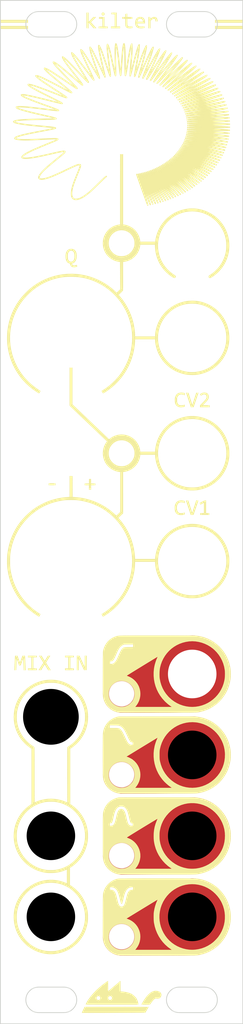
<source format=kicad_pcb>
(kicad_pcb (version 20211014) (generator pcbnew)
  (layers (0 "F.Cu" signal) (31 "B.Cu" signal) (34 "B.Paste" user) (35 "F.Paste" user) (36 "B.SilkS" user "B.Silkscreen") (37 "F.SilkS" user "F.Silkscreen") (38 "B.Mask" user) (39 "F.Mask" user) (44 "Edge.Cuts" user))
  (net 0 "")
  (footprint "Wire_Pads:SolderWirePad_single_0-8mmDrill" (layer "F.Cu") (at 0 -7.395542)
    (fp_text reference "" (at 0 0) (layer "F.SilkS") (effects (font (size 1.27 1.27))))
    (fp_text value "" (at 0 0) (layer "F.SilkS") (effects (font (size 1.27 1.27))))
    (pad "" np_thru_hole circle locked (at 0 0) (size 3.199871 3.199871) (drill 3.199871) (layers F&B.Cu *.Mask))
  )
  (footprint "Wire_Pads:SolderWirePad_single_0-8mmDrill" (layer "F.Cu") (at 0.000265 53.3184)
    (fp_text reference "" (at 0 0) (layer "F.SilkS") (effects (font (size 1.27 1.27))))
    (fp_text value "" (at 0 0) (layer "F.SilkS") (effects (font (size 1.27 1.27))))
    (pad "" np_thru_hole circle locked (at 0 0) (size 3.199871 3.199871) (drill 3.199871) (layers F&B.Cu *.Mask))
  )
  (footprint "LOGO" (layer "F.Cu") (at 0 0)
    (fp_text reference "G***" hide)
    (fp_text value "LOGO" hide)
  )
  (footprint "Wire_Pads:SolderWirePad_single_0-8mmDrill" (layer "F.Cu") (at -8.89 50.82708)
    (fp_text reference "" (at 0 0) (layer "F.SilkS") (effects (font (size 1.27 1.27))))
    (fp_text value "" (at 0 0) (layer "F.SilkS") (effects (font (size 1.27 1.27))))
    (pad "" np_thru_hole circle locked (at 0 0) (size 6.100233 6.100233) (drill 6.100233) (layers *.Mask))
  )
  (footprint "Wire_Pads:SolderWirePad_single_0-8mmDrill" (layer "F.Cu") (at 0 -33.77)
    (fp_text reference "" (at 0 0) (layer "F.SilkS") (effects (font (size 1.27 1.27))))
    (fp_text value "" (at 0 0) (layer "F.SilkS") (effects (font (size 1.27 1.27))))
    (pad "" np_thru_hole circle locked (at 0 0) (size 3.199871 3.199871) (drill 3.199871) (layers F&B.Cu *.Mask))
  )
  (footprint "Wire_Pads:SolderWirePad_single_0-8mmDrill" (layer "F.Cu") (at 0 22.821724)
    (fp_text reference "" (at 0 0) (layer "F.SilkS") (effects (font (size 1.27 1.27))))
    (fp_text value "" (at 0 0) (layer "F.SilkS") (effects (font (size 1.27 1.27))))
    (pad "" np_thru_hole circle locked (at 0 0) (size 3.199871 3.199871) (drill 3.199871) (layers F&B.Cu *.Mask))
  )
  (footprint "Wire_Pads:SolderWirePad_single_0-8mmDrill" (layer "F.Cu") (at 8.879946 -21.889946)
    (fp_text reference "" (at 0 0) (layer "F.SilkS") (effects (font (size 1.27 1.27))))
    (fp_text value "" (at 0 0) (layer "F.SilkS") (effects (font (size 1.27 1.27))))
    (pad "" np_thru_hole circle locked (at 0 0) (size 6.100233 6.100233) (drill 6.100233) (layers F&B.Cu *.Mask))
  )
  (footprint "Wire_Pads:SolderWirePad_single_0-8mmDrill" (layer "F.Cu") (at -0.000265 43.14331)
    (fp_text reference "" (at 0 0) (layer "F.SilkS") (effects (font (size 1.27 1.27))))
    (fp_text value "" (at 0 0) (layer "F.SilkS") (effects (font (size 1.27 1.27))))
    (pad "" np_thru_hole circle locked (at 0 0) (size 3.199871 3.199871) (drill 3.199871) (layers F&B.Cu *.Mask))
  )
  (footprint "Wire_Pads:SolderWirePad_single_0-8mmDrill" (layer "F.Cu") (at 8.879946 6.140007)
    (fp_text reference "" (at 0 0) (layer "F.SilkS") (effects (font (size 1.27 1.27))))
    (fp_text value "" (at 0 0) (layer "F.SilkS") (effects (font (size 1.27 1.27))))
    (pad "" np_thru_hole circle locked (at 0 0) (size 6.100233 6.100233) (drill 6.100233) (layers F&B.Cu *.Mask))
  )
  (footprint "Wire_Pads:SolderWirePad_single_0-8mmDrill" (layer "F.Cu") (at -6.350001 -21.889946)
    (fp_text reference "" (at 0 0) (layer "F.SilkS") (effects (font (size 1.27 1.27))))
    (fp_text value "" (at 0 0) (layer "F.SilkS") (effects (font (size 1.27 1.27))))
    (pad "" np_thru_hole circle locked (at 0 0) (size 7.499879 7.499879) (drill 7.499879) (layers F&B.Cu *.Mask))
  )
  (footprint "Wire_Pads:SolderWirePad_single_0-8mmDrill" (layer "F.Cu") (at 8.879946 50.82708)
    (fp_text reference "" (at 0 0) (layer "F.SilkS") (effects (font (size 1.27 1.27))))
    (fp_text value "" (at 0 0) (layer "F.SilkS") (effects (font (size 1.27 1.27))))
    (pad "" np_thru_hole circle locked (at 0 0) (size 6.100233 6.100233) (drill 6.100233) (layers *.Mask))
  )
  (footprint "Wire_Pads:SolderWirePad_single_0-8mmDrill" (layer "F.Cu") (at 8.879946 40.65411)
    (fp_text reference "" (at 0 0) (layer "F.SilkS") (effects (font (size 1.27 1.27))))
    (fp_text value "" (at 0 0) (layer "F.SilkS") (effects (font (size 1.27 1.27))))
    (pad "" np_thru_hole circle locked (at 0 0) (size 6.100233 6.100233) (drill 6.100233) (layers *.Mask))
  )
  (footprint "LOGO" (layer "F.Cu") (at 0 0)
    (fp_text reference "G***" hide)
    (fp_text value "LOGO" hide)
    (fp_poly (pts (xy 9.194647 25.661335) (xy 9.353939 25.671525) (xy 9.380963 25.674255) (xy 9.836127 25.744246) (xy 10.275418 25.853392) (xy 10.697985 26.001294) (xy 11.102981 26.187553) (xy 11.489556 26.41177) (xy 11.856862 26.673545) (xy 12.20405 26.972481) (xy 12.262925 27.028827) (xy 12.575311 27.361172) (xy 12.851738 27.715744) (xy 13.091909 28.091962) (xy 13.295528 28.489246) (xy 13.462299 28.907014) (xy 13.591926 29.344686) (xy 13.684113 29.801681) (xy 13.687551 29.823833) (xy 13.706279 29.985244) (xy 13.718831 30.176679) (xy 13.725207 30.386281) (xy 13.725406 30.602194) (xy 13.719429 30.81256) (xy 13.707275 31.005524) (xy 13.688945 31.169229) (xy 13.687551 31.1785) (xy 13.597892 31.629754) (xy 13.47006 32.065667) (xy 13.305231 32.48417) (xy 13.10458 32.883194) (xy 12.869283 33.26067) (xy 12.600515 33.614528) (xy 12.299452 33.9427) (xy 11.967269 34.243117) (xy 11.928497 34.274688) (xy 11.575835 34.532903) (xy 11.200284 34.758921) (xy 10.806361 34.950881) (xy 10.398586 35.106924) (xy 9.981475 35.22519) (xy 9.559548 35.303819) (xy 9.376833 35.325068) (xy 9.339375 35.326673) (xy 9.261966 35.328318) (xy 9.146984 35.329995) (xy 8.996812 35.331696) (xy 8.813831 35.333414) (xy 8.60042 35.335141) (xy 8.358961 35.336871) (xy 8.091836 35.338595) (xy 7.801423 35.340306) (xy 7.490106 35.341997) (xy 7.160264 35.34366) (xy 6.814278 35.345287) (xy 6.45453 35.346871) (xy 6.0834 35.348405) (xy 5.703269 35.349881) (xy 5.316518 35.351291) (xy 4.925527 35.352629) (xy 4.532678 35.353886) (xy 4.140352 35.355055) (xy 3.750929 35.356129) (xy 3.366791 35.3571) (xy 2.990318 35.357961) (xy 2.62389 35.358703) (xy 2.26989 35.359321) (xy 1.930698 35.359805) (xy 1.608694 35.360149) (xy 1.30626 35.360346) (xy 1.025776 35.360387) (xy 0.769624 35.360265) (xy 0.540184 35.359973) (xy 0.339837 35.359503) (xy 0.170964 35.358848) (xy 0.035946 35.358) (xy -0.062836 35.356951) (xy -0.123002 35.355695) (xy -0.137584 35.355008) (xy -0.459316 35.310959) (xy -0.765092 35.228353) (xy -1.052716 35.108553) (xy -1.319988 34.952925) (xy -1.564711 34.762834) (xy -1.784686 34.539645) (xy -1.977716 34.284722) (xy -2.051336 34.166627) (xy -2.183201 33.900867) (xy -2.278362 33.618465) (xy -2.336563 33.324308) (xy -2.357549 33.023286) (xy -2.341066 32.720285) (xy -2.286857 32.420194) (xy -2.194669 32.1279) (xy -2.161911 32.04788) (xy -2.07635 31.870123) (xy -1.977554 31.707439) (xy -1.858358 31.549755) (xy -1.711599 31.386999) (xy -1.641412 31.316083) (xy -1.405793 31.08325) (xy 2.517892 28.691417) (xy 2.95024 28.428018) (xy 3.36633 28.174834) (xy 3.764836 27.932663) (xy 4.144432 27.702303) (xy 4.503791 27.484553) (xy 4.841585 27.28021) (xy 5.156489 27.090074) (xy 5.447176 26.914943) (xy 5.712318 26.755615) (xy 5.95059 26.612888) (xy 6.160664 26.487561) (xy 6.341214 26.380432) (xy 6.490914 26.2923) (xy 6.608435 26.223963) (xy 6.692453 26.176219) (xy 6.739747 26.150804) (xy 7.128426 25.977487) (xy 7.527908 25.84094) (xy 7.946127 25.738568) (xy 8.075083 25.71437) (xy 8.22354 25.693709) (xy 8.402622 25.677304) (xy 8.600801 25.665511) (xy 8.806551 25.658682) (xy 9.008342 25.657172) (xy 9.194647 25.661335)) (layer "F.Cu") (width 0.01) (fill solid))
    (fp_poly (pts (xy 9.30778 46.01241) (xy 9.73022 46.064961) (xy 10.137959 46.154046) (xy 10.536201 46.280894) (xy 10.930154 46.446734) (xy 11.070166 46.515322) (xy 11.459611 46.735816) (xy 11.821029 46.986328) (xy 12.153637 47.264473) (xy 12.456649 47.567865) (xy 12.729281 47.894119) (xy 12.970749 48.240851) (xy 13.180269 48.605674) (xy 13.357055 48.986204) (xy 13.500324 49.380054) (xy 13.60929 49.78484) (xy 13.68317 50.198177) (xy 13.72118 50.617679) (xy 13.722534 51.04096) (xy 13.686448 51.465636) (xy 13.612138 51.889322) (xy 13.498819 52.309631) (xy 13.345707 52.724179) (xy 13.209299 53.019915) (xy 12.989494 53.41159) (xy 12.736827 53.777873) (xy 12.453413 54.11722) (xy 12.141365 54.42809) (xy 11.802797 54.70894) (xy 11.439823 54.958227) (xy 11.054558 55.174409) (xy 10.649113 55.355943) (xy 10.225605 55.501288) (xy 9.786147 55.6089) (xy 9.62025 55.638792) (xy 9.516908 55.652181) (xy 9.385474 55.662972) (xy 9.222291 55.671358) (xy 9.023702 55.677531) (xy 8.815916 55.681299) (xy 8.693327 55.682676) (xy 8.536123 55.683985) (xy 8.346742 55.685224) (xy 8.127618 55.686392) (xy 7.881188 55.687488) (xy 7.609887 55.688511) (xy 7.316152 55.68946) (xy 7.002417 55.690333) (xy 6.67112 55.691131) (xy 6.324696 55.691851) (xy 5.96558 55.692493) (xy 5.59621 55.693056) (xy 5.219019 55.693538) (xy 4.836446 55.693939) (xy 4.450924 55.694257) (xy 4.064891 55.694492) (xy 3.680782 55.694642) (xy 3.301033 55.694706) (xy 2.928079 55.694683) (xy 2.564358 55.694573) (xy 2.212303 55.694374) (xy 1.874353 55.694084) (xy 1.552941 55.693704) (xy 1.250505 55.693232) (xy 0.96948 55.692666) (xy 0.712302 55.692006) (xy 0.481406 55.691251) (xy 0.27923 55.6904) (xy 0.108207 55.689451) (xy -0.029224 55.688404) (xy -0.13063 55.687257) (xy -0.193573 55.68601) (xy -0.211667 55.685227) (xy -0.511523 55.642289) (xy -0.801021 55.559975) (xy -1.076637 55.440684) (xy -1.334845 55.286818) (xy -1.572122 55.10078) (xy -1.784943 54.884968) (xy -1.969783 54.641786) (xy -2.116178 54.38775) (xy -2.237566 54.096718) (xy -2.318512 53.797567) (xy -2.359273 53.493832) (xy -2.360104 53.189045) (xy -2.321262 52.886742) (xy -2.243003 52.590456) (xy -2.125584 52.30372) (xy -1.96926 52.03007) (xy -1.942356 51.990203) (xy -1.8233 51.835088) (xy -1.682825 51.680549) (xy -1.533719 51.53969) (xy -1.397 51.431383) (xy -1.357549 51.4053) (xy -1.284107 51.358657) (xy -1.178737 51.292707) (xy -1.043502 51.208708) (xy -0.880465 51.107915) (xy -0.691689 50.991582) (xy -0.479237 50.860964) (xy -0.245172 50.717318) (xy 0.008443 50.561898) (xy 0.279545 50.39596) (xy 0.566071 50.220759) (xy 0.865959 50.03755) (xy 1.177144 49.847589) (xy 1.497565 49.652131) (xy 1.825157 49.452431) (xy 2.157859 49.249744) (xy 2.493608 49.045326) (xy 2.830339 48.840431) (xy 3.165991 48.636317) (xy 3.4985 48.434236) (xy 3.825803 48.235446) (xy 4.145838 48.0412) (xy 4.456541 47.852756) (xy 4.75585 47.671366) (xy 5.041701 47.498288) (xy 5.312032 47.334776) (xy 5.564779 47.182086) (xy 5.797879 47.041472) (xy 6.00927 46.914191) (xy 6.196889 46.801496) (xy 6.358672 46.704645) (xy 6.492557 46.624892) (xy 6.59648 46.563492) (xy 6.668379 46.5217) (xy 6.705793 46.500973) (xy 7.111058 46.319186) (xy 7.527921 46.177872) (xy 7.95706 46.076872) (xy 8.399159 46.016027) (xy 8.854899 45.995177) (xy 8.86543 45.995167) (xy 9.30778 46.01241)) (layer "F.Cu") (width 0.01) (fill solid))
    (fp_poly (pts (xy 9.132528 35.819762) (xy 9.289577 35.826723) (xy 9.380963 35.834507) (xy 9.837578 35.904958) (xy 10.277509 36.014112) (xy 10.699953 36.161593) (xy 11.104108 36.347028) (xy 11.489175 36.570043) (xy 11.854351 36.830263) (xy 12.198834 37.127314) (xy 12.24576 37.172201) (xy 12.562202 37.50685) (xy 12.841444 37.861678) (xy 13.083518 38.23675) (xy 13.288456 38.632126) (xy 13.456291 39.047871) (xy 13.587054 39.484046) (xy 13.680777 39.940714) (xy 13.687551 39.983833) (xy 13.706279 40.145244) (xy 13.718831 40.336679) (xy 13.725207 40.546281) (xy 13.725406 40.762194) (xy 13.719429 40.97256) (xy 13.707275 41.165524) (xy 13.688945 41.329229) (xy 13.687551 41.3385) (xy 13.599039 41.784245) (xy 13.472591 42.217512) (xy 13.309699 42.634827) (xy 13.111856 43.032714) (xy 12.880553 43.407696) (xy 12.685095 43.672973) (xy 12.572324 43.806853) (xy 12.436973 43.954677) (xy 12.289772 44.105583) (xy 12.141452 44.24871) (xy 12.002745 44.373198) (xy 11.948583 44.41841) (xy 11.594759 44.679499) (xy 11.218311 44.908094) (xy 10.82357 45.102404) (xy 10.414867 45.26064) (xy 9.996532 45.381009) (xy 9.572896 45.461722) (xy 9.36625 45.486106) (xy 9.328528 45.487716) (xy 9.250859 45.489355) (xy 9.135627 45.491017) (xy 8.985218 45.492695) (xy 8.802017 45.494381) (xy 8.588409 45.496068) (xy 8.34678 45.49775) (xy 8.079516 45.49942) (xy 7.789001 45.50107) (xy 7.47762 45.502693) (xy 7.14776 45.504283) (xy 6.801806 45.505832) (xy 6.442143 45.507334) (xy 6.071156 45.508781) (xy 5.69123 45.510167) (xy 5.304752 45.511484) (xy 4.914106 45.512726) (xy 4.521678 45.513885) (xy 4.129853 45.514954) (xy 3.741016 45.515927) (xy 3.357553 45.516797) (xy 2.981849 45.517555) (xy 2.61629 45.518197) (xy 2.263261 45.518713) (xy 1.925147 45.519099) (xy 1.604333 45.519345) (xy 1.303206 45.519446) (xy 1.02415 45.519395) (xy 0.76955 45.519184) (xy 0.541792 45.518806) (xy 0.343262 45.518255) (xy 0.176345 45.517523) (xy 0.043425 45.516603) (xy -0.053111 45.515489) (xy -0.110878 45.514174) (xy -0.116417 45.513942) (xy -0.425065 45.478725) (xy -0.722943 45.403781) (xy -1.006859 45.291032) (xy -1.273619 45.142401) (xy -1.520028 44.95981) (xy -1.742893 44.745181) (xy -1.939019 44.500438) (xy -2.028883 44.362725) (xy -2.166789 44.095279) (xy -2.267348 43.812683) (xy -2.330651 43.519549) (xy -2.356791 43.220486) (xy -2.345857 42.920108) (xy -2.297941 42.623025) (xy -2.213135 42.333848) (xy -2.091529 42.05719) (xy -1.979485 41.86565) (xy -1.92621 41.792878) (xy -1.850834 41.701519) (xy -1.76225 41.60182) (xy -1.66935 41.50403) (xy -1.641448 41.476083) (xy -1.561888 41.398548) (xy -1.492062 41.334013) (xy -1.424753 41.277131) (xy -1.352747 41.222554) (xy -1.268829 41.164933) (xy -1.165784 41.098923) (xy -1.036395 41.019174) (xy -0.972807 40.980506) (xy -0.910421 40.942601) (xy -0.813917 40.883894) (xy -0.685326 40.80562) (xy -0.526674 40.709014) (xy -0.339989 40.595313) (xy -0.1273 40.465752) (xy 0.109365 40.321568) (xy 0.367978 40.163995) (xy 0.646512 39.994269) (xy 0.942938 39.813627) (xy 1.255228 39.623303) (xy 1.581355 39.424534) (xy 1.91929 39.218556) (xy 2.267005 39.006603) (xy 2.622472 38.789913) (xy 2.983663 38.569719) (xy 2.9845 38.56921) (xy 3.448384 38.286592) (xy 3.885369 38.020749) (xy 4.29476 37.772095) (xy 4.675864 37.541048) (xy 5.027986 37.328025) (xy 5.350433 37.133441) (xy 5.64251 36.957714) (xy 5.903525 36.801261) (xy 6.132782 36.664497) (xy 6.329589 36.54784) (xy 6.49325 36.451707) (xy 6.623073 36.376513) (xy 6.718364 36.322675) (xy 6.778428 36.290611) (xy 6.783916 36.287917) (xy 7.201 36.10956) (xy 7.630792 35.971079) (xy 8.076226 35.87154) (xy 8.107128 35.866167) (xy 8.234636 35.84926) (xy 8.39371 35.83567) (xy 8.573693 35.82566) (xy 8.763929 35.819495) (xy 8.953759 35.817441) (xy 9.132528 35.819762)) (layer "F.Cu") (width 0.01) (fill solid))
    (fp_poly (pts (xy 9.303369 15.511099) (xy 9.742865 15.569698) (xy 10.177828 15.668307) (xy 10.409363 15.738155) (xy 10.821291 15.895632) (xy 11.216197 16.090648) (xy 11.591507 16.320953) (xy 11.944649 16.584295) (xy 12.27305 16.878422) (xy 12.574137 17.201082) (xy 12.845336 17.550025) (xy 13.084075 17.922999) (xy 13.238706 18.213917) (xy 13.415663 18.621918) (xy 13.554497 19.043115) (xy 13.656635 19.482112) (xy 13.687551 19.663833) (xy 13.706279 19.825244) (xy 13.718831 20.016679) (xy 13.725207 20.226281) (xy 13.725406 20.442194) (xy 13.719429 20.65256) (xy 13.707275 20.845524) (xy 13.688945 21.009229) (xy 13.687551 21.0185) (xy 13.59724 21.47706) (xy 13.469892 21.915121) (xy 13.305475 22.332746) (xy 13.103958 22.729997) (xy 12.865307 23.106937) (xy 12.589492 23.463628) (xy 12.276479 23.800134) (xy 12.24576 23.830132) (xy 11.913861 24.125238) (xy 11.564428 24.383839) (xy 11.195325 24.607023) (xy 10.804414 24.79588) (xy 10.389558 24.951497) (xy 9.94862 25.074964) (xy 9.694333 25.129537) (xy 9.657067 25.13643) (xy 9.618975 25.142582) (xy 9.577424 25.148057) (xy 9.529779 25.152919) (xy 9.473408 25.15723) (xy 9.405675 25.161055) (xy 9.323948 25.164458) (xy 9.225593 25.167501) (xy 9.107975 25.170248) (xy 8.968461 25.172764) (xy 8.804418 25.17511) (xy 8.61321 25.177352) (xy 8.392205 25.179553) (xy 8.138769 25.181775) (xy 7.850268 25.184083) (xy 7.524068 25.186541) (xy 7.249583 25.188546) (xy 6.887829 25.191005) (xy 6.513146 25.193245) (xy 6.127883 25.195268) (xy 5.73439 25.197073) (xy 5.335016 25.198662) (xy 4.932111 25.200034) (xy 4.528025 25.20119) (xy 4.125107 25.202131) (xy 3.725707 25.202857) (xy 3.332175 25.203369) (xy 2.94686 25.203666) (xy 2.572112 25.203751) (xy 2.210281 25.203622) (xy 1.863716 25.203281) (xy 1.534767 25.202729) (xy 1.225784 25.201964) (xy 0.939116 25.200989) (xy 0.677113 25.199804) (xy 0.442124 25.198409) (xy 0.2365 25.196804) (xy 0.06259 25.19499) (xy -0.077256 25.192968) (xy -0.180689 25.190738) (xy -0.24536 25.188301) (xy -0.262874 25.186954) (xy -0.56843 25.130921) (xy -0.860749 25.036639) (xy -1.136524 24.906617) (xy -1.392447 24.743367) (xy -1.625208 24.549399) (xy -1.831499 24.327224) (xy -2.008014 24.079353) (xy -2.151442 23.808297) (xy -2.185579 23.727701) (xy -2.285172 23.424152) (xy -2.343151 23.115609) (xy -2.35955 22.804673) (xy -2.334402 22.493948) (xy -2.26774 22.186037) (xy -2.162327 21.889899) (xy -2.056974 21.68282) (xy -1.920202 21.474284) (xy -1.760453 21.274629) (xy -1.586169 21.094195) (xy -1.405791 20.943321) (xy -1.366932 20.915676) (xy -1.317531 20.883169) (xy -1.234536 20.830412) (xy -1.120025 20.758665) (xy -0.976074 20.669191) (xy -0.804761 20.56325) (xy -0.608163 20.442104) (xy -0.388357 20.307013) (xy -0.14742 20.159241) (xy 0.11257 20.000047) (xy 0.389537 19.830694) (xy 0.681403 19.652442) (xy 0.986091 19.466553) (xy 1.301524 19.274289) (xy 1.625625 19.076911) (xy 1.956317 18.87568) (xy 2.291522 18.671857) (xy 2.629163 18.466704) (xy 2.967163 18.261483) (xy 3.303446 18.057454) (xy 3.635933 17.855879) (xy 3.962548 17.65802) (xy 4.281213 17.465138) (xy 4.589852 17.278494) (xy 4.886387 17.099349) (xy 5.16874 16.928965) (xy 5.434836 16.768604) (xy 5.682596 16.619526) (xy 5.909944 16.482994) (xy 6.114803 16.360268) (xy 6.295094 16.25261) (xy 6.448742 16.161281) (xy 6.573668 16.087542) (xy 6.667796 16.032656) (xy 6.729049 15.997883) (xy 6.748238 15.987655) (xy 7.14854 15.810717) (xy 7.563279 15.672497) (xy 7.989294 15.573209) (xy 8.423421 15.51307) (xy 8.8625 15.492295) (xy 9.303369 15.511099)) (layer "F.Cu") (width 0.01) (fill solid))
  )
  (footprint "Wire_Pads:SolderWirePad_single_0-8mmDrill" (layer "F.Cu") (at 0 -48.69012)
    (fp_text reference "" (at 0 0) (layer "F.SilkS") (effects (font (size 1.27 1.27))))
    (fp_text value "" (at 0 0) (layer "F.SilkS") (effects (font (size 1.27 1.27))))
    (pad "" np_thru_hole circle locked (at 0 0) (size 7.499879 7.499879) (drill 7.499879) (layers F&B.Cu *.Mask))
  )
  (footprint "Wire_Pads:SolderWirePad_single_0-8mmDrill" (layer "F.Cu") (at 8.880001 -33.469999)
    (fp_text reference "" (at 0 0) (layer "F.SilkS") (effects (font (size 1.27 1.27))))
    (fp_text value "" (at 0 0) (layer "F.SilkS") (effects (font (size 1.27 1.27))))
    (pad "" np_thru_hole circle locked (at 0 0) (size 7 7) (drill 7) (layers F&B.Cu *.Mask))
  )
  (footprint "Wire_Pads:SolderWirePad_single_0-8mmDrill" (layer "F.Cu") (at 8.879946 30.491997)
    (fp_text reference "" (at 0 0) (layer "F.SilkS") (effects (font (size 1.27 1.27))))
    (fp_text value "" (at 0 0) (layer "F.SilkS") (effects (font (size 1.27 1.27))))
    (pad "" np_thru_hole circle locked (at 0 0) (size 6.100233 6.100233) (drill 6.100233) (layers *.Mask))
  )
  (footprint "Wire_Pads:SolderWirePad_single_0-8mmDrill" (layer "F.Cu") (at -6.350001 6.140007)
    (fp_text reference "" (at 0 0) (layer "F.SilkS") (effects (font (size 1.27 1.27))))
    (fp_text value "" (at 0 0) (layer "F.SilkS") (effects (font (size 1.27 1.27))))
    (pad "" np_thru_hole circle locked (at 0 0) (size 7.499879 7.499879) (drill 7.499879) (layers F&B.Cu *.Mask))
  )
  (footprint "Wire_Pads:SolderWirePad_single_0-8mmDrill" (layer "F.Cu") (at 8.879946 -7.395542)
    (fp_text reference "" (at 0 0) (layer "F.SilkS") (effects (font (size 1.27 1.27))))
    (fp_text value "" (at 0 0) (layer "F.SilkS") (effects (font (size 1.27 1.27))))
    (pad "" np_thru_hole circle locked (at 0 0) (size 6.100233 6.100233) (drill 6.100233) (layers F&B.Cu *.Mask))
  )
  (footprint "Wire_Pads:SolderWirePad_single_0-8mmDrill" (layer "F.Cu") (at 8.879946 20.32988)
    (fp_text reference "" (at 0 0) (layer "F.SilkS") (effects (font (size 1.27 1.27))))
    (fp_text value "" (at 0 0) (layer "F.SilkS") (effects (font (size 1.27 1.27))))
    (pad "" np_thru_hole circle locked (at 0 0) (size 6.100233 6.100233) (drill 6.100233) (layers F&B.Cu *.Mask))
  )
  (footprint "Wire_Pads:SolderWirePad_single_0-8mmDrill" (layer "F.Cu") (at -8.89 40.652)
    (fp_text reference "" (at 0 0) (layer "F.SilkS") (effects (font (size 1.27 1.27))))
    (fp_text value "" (at 0 0) (layer "F.SilkS") (effects (font (size 1.27 1.27))))
    (pad "" np_thru_hole circle locked (at 0 0) (size 6.100233 6.100233) (drill 6.100233) (layers *.Mask))
  )
  (footprint "Wire_Pads:SolderWirePad_single_0-8mmDrill" (layer "F.Cu") (at -0.000265 32.981201)
    (fp_text reference "" (at 0 0) (layer "F.SilkS") (effects (font (size 1.27 1.27))))
    (fp_text value "" (at 0 0) (layer "F.SilkS") (effects (font (size 1.27 1.27))))
    (pad "" np_thru_hole circle locked (at 0 0) (size 3.199871 3.199871) (drill 3.199871) (layers F&B.Cu *.Mask))
  )
  (footprint "Wire_Pads:SolderWirePad_single_0-8mmDrill" (layer "F.Cu") (at -8.89 25.709999)
    (fp_text reference "" (at 0 0) (layer "F.SilkS") (effects (font (size 1.27 1.27))))
    (fp_text value "" (at 0 0) (layer "F.SilkS") (effects (font (size 1.27 1.27))))
    (pad "" np_thru_hole circle locked (at 0 0) (size 7 7) (drill 7) (layers *.Mask))
  )
  (footprint "LOGO" (layer "F.Cu") (at 0 0)
    (fp_text reference "G***" hide)
    (fp_text value "LOGO" hide)
  )
  (gr_line (start -6.91774 -59.68249) (end -6.76445 -59.72194) (layer "Edge.Cuts") (width 0.1))
  (gr_line (start 6.3457 -59.92338) (end 6.4776 -59.8432) (layer "Edge.Cuts") (width 0.1))
  (gr_line (start -12.03186 61.414) (end -12.00759 61.572) (layer "Edge.Cuts") (width 0.1))
  (gr_line (start -6.76445 59.722) (end -6.91774 59.682) (layer "Edge.Cuts") (width 0.1))
  (gr_line (start -15.24 64.25) (end -15.24 -64.25) (layer "Edge.Cuts") (width 0.1))
  (gr_line (start -10.60344 -59.65822) (end -10.43993 -59.64995) (layer "Edge.Cuts") (width 0.1))
  (gr_line (start -10.76226 -59.68249) (end -10.60344 -59.65822) (layer "Edge.Cuts") (width 0.1))
  (gr_line (start 5.6726 60.928) (end 5.6484 61.087) (layer "Edge.Cuts") (width 0.1))
  (gr_line (start 7.2401 59.65) (end 7.0765 59.658) (layer "Edge.Cuts") (width 0.1))
  (gr_line (start 10.9156 -59.72194) (end 11.0626 -59.77578) (layer "Edge.Cuts") (width 0.1))
  (gr_line (start 12.0076 -60.92765) (end 12.0319 -61.08642) (layer "Edge.Cuts") (width 0.1))
  (gr_line (start -11.9143 -61.87251) (end -11.96814 -61.72552) (layer "Edge.Cuts") (width 0.1))
  (gr_line (start -11.33436 -62.57665) (end -11.57122 -62.38118) (layer "Edge.Cuts") (width 0.1))
  (gr_line (start 11.7667 62.144) (end 11.8469 62.012) (layer "Edge.Cuts") (width 0.1))
  (gr_line (start -5.64012 -61.24989) (end -5.64012 -61.24989) (layer "Edge.Cuts") (width 0.1))
  (gr_line (start -11.06255 -59.77578) (end -10.91556 -59.72194) (layer "Edge.Cuts") (width 0.1))
  (gr_line (start -11.84688 -60.48758) (end -11.76669 -60.35566) (layer "Edge.Cuts") (width 0.1))
  (gr_line (start 5.8333 -62.01238) (end 5.7659 -61.87251) (layer "Edge.Cuts") (width 0.1))
  (gr_line (start 11.2024 59.843) (end 11.0626 59.776) (layer "Edge.Cuts") (width 0.1))
  (gr_line (start 11.5712 60.119) (end 11.3344 59.923) (layer "Edge.Cuts") (width 0.1))
  (gr_line (start -5.76592 -60.62742) (end -5.71209 -60.77438) (layer "Edge.Cuts") (width 0.1))
  (gr_line (start 12.0076 -61.57222) (end 11.9681 -61.72552) (layer "Edge.Cuts") (width 0.1))
  (gr_line (start 11.7667 60.356) (end 11.5712 60.119) (layer "Edge.Cuts") (width 0.1))
  (gr_line (start -11.84688 60.488) (end -11.9143 60.627) (layer "Edge.Cuts") (width 0.1))
  (gr_line (start 6.6175 -62.72426) (end 6.4776 -62.65684) (layer "Edge.Cuts") (width 0.1))
  (gr_line (start -6.91774 59.682) (end -7.07655 59.658) (layer "Edge.Cuts") (width 0.1))
  (gr_line (start -7.07655 -59.65822) (end -6.91774 -59.68249) (layer "Edge.Cuts") (width 0.1))
  (gr_line (start 15.24 64.25) (end -15.24 64.25) (layer "Edge.Cuts") (width 0.1))
  (gr_line (start -6.76445 -59.72194) (end -6.61748 -59.77578) (layer "Edge.Cuts") (width 0.1))
  (gr_line (start -5.76592 60.627) (end -5.83332 60.488) (layer "Edge.Cuts") (width 0.1))
  (gr_line (start -5.71209 60.774) (end -5.76592 60.627) (layer "Edge.Cuts") (width 0.1))
  (gr_line (start -5.64839 61.414) (end -5.64012 61.25) (layer "Edge.Cuts") (width 0.1))
  (gr_line (start 5.9135 -62.14432) (end 5.8333 -62.01238) (layer "Edge.Cuts") (width 0.1))
  (gr_line (start 10.6034 59.658) (end 10.4399 59.65) (layer "Edge.Cuts") (width 0.1))
  (gr_line (start -5.64012 61.25) (end -5.64012 61.25) (layer "Edge.Cuts") (width 0.1))
  (gr_line (start -5.91348 -60.35566) (end -5.83332 -60.48758) (layer "Edge.Cuts") (width 0.1))
  (gr_line (start -7.24006 62.85) (end -7.07655 62.842) (layer "Edge.Cuts") (width 0.1))
  (gr_line (start -11.20242 -59.8432) (end -11.06255 -59.77578) (layer "Edge.Cuts") (width 0.1))
  (gr_line (start 12.0076 61.572) (end 12.0319 61.414) (layer "Edge.Cuts") (width 0.1))
  (gr_line (start -12.00759 60.928) (end -12.03186 61.087) (layer "Edge.Cuts") (width 0.1))
  (gr_line (start 11.7667 -60.35566) (end 11.8469 -60.48758) (layer "Edge.Cuts") (width 0.1))
  (gr_line (start -12.03186 -61.4134) (end -12.04013 -61.24989) (layer "Edge.Cuts") (width 0.1))
  (gr_line (start -10.91556 62.778) (end -10.76226 62.817) (layer "Edge.Cuts") (width 0.1))
  (gr_line (start -11.20242 59.843) (end -11.33436 59.923) (layer "Edge.Cuts") (width 0.1))
  (gr_line (start 6.4776 -62.65684) (end 6.3457 -62.57665) (layer "Edge.Cuts") (width 0.1))
  (gr_line (start -12.00759 -60.92765) (end -11.96814 -60.77438) (layer "Edge.Cuts") (width 0.1))
  (gr_line (start 5.6726 61.572) (end 5.7121 61.726) (layer "Edge.Cuts") (width 0.1))
  (gr_line (start -5.64839 -61.08642) (end -5.64012 -61.24989) (layer "Edge.Cuts") (width 0.1))
  (gr_line (start -5.83332 -62.01238) (end -5.91348 -62.14432) (layer "Edge.Cuts") (width 0.1))
  (gr_line (start -5.64012 61.25) (end -5.64839 61.087) (layer "Edge.Cuts") (width 0.1))
  (gr_line (start -6.1089 -60.11883) (end -5.91348 -60.35566) (layer "Edge.Cuts") (width 0.1))
  (gr_line (start -6.91774 -62.81756) (end -7.07655 -62.84182) (layer "Edge.Cuts") (width 0.1))
  (gr_line (start 11.9143 61.873) (end 11.9681 61.726) (layer "Edge.Cuts") (width 0.1))
  (gr_line (start -10.76226 -62.81756) (end -10.91556 -62.7781) (layer "Edge.Cuts") (width 0.1))
  (gr_line (start 5.7659 -60.62742) (end 5.8333 -60.48758) (layer "Edge.Cuts") (width 0.1))
  (gr_line (start 11.0626 -62.72426) (end 10.9156 -62.7781) (layer "Edge.Cuts") (width 0.1))
  (gr_line (start -5.64012 -61.24989) (end -5.64012 -61.24989) (layer "Edge.Cuts") (width 0.1))
  (gr_line (start 10.7623 -59.68249) (end 10.9156 -59.72194) (layer "Edge.Cuts") (width 0.1))
  (gr_line (start 12.0401 61.25) (end 12.0401 61.25) (layer "Edge.Cuts") (width 0.1))
  (gr_line (start -11.57122 60.119) (end -11.76669 60.356) (layer "Edge.Cuts") (width 0.1))
  (gr_line (start 10.9156 -62.7781) (end 10.7623 -62.81756) (layer "Edge.Cuts") (width 0.1))
  (gr_line (start -11.33436 62.577) (end -11.20242 62.657) (layer "Edge.Cuts") (width 0.1))
  (gr_line (start -12.03186 61.087) (end -12.04013 61.25) (layer "Edge.Cuts") (width 0.1))
  (gr_line (start 11.8469 60.488) (end 11.7667 60.356) (layer "Edge.Cuts") (width 0.1))
  (gr_line (start -5.64012 61.25) (end -5.64012 61.25) (layer "Edge.Cuts") (width 0.1))
  (gr_line (start 6.4776 59.843) (end 6.3457 59.923) (layer "Edge.Cuts") (width 0.1))
  (gr_line (start 7.2401 -59.64995) (end 10.4399 -59.64995) (layer "Edge.Cuts") (width 0.1))
  (gr_line (start 10.6034 -59.65822) (end 10.7623 -59.68249) (layer "Edge.Cuts") (width 0.1))
  (gr_line (start 10.9156 59.722) (end 10.7623 59.682) (layer "Edge.Cuts") (width 0.1))
  (gr_line (start 5.9135 60.356) (end 5.8333 60.488) (layer "Edge.Cuts") (width 0.1))
  (gr_line (start 6.3457 59.923) (end 6.1089 60.119) (layer "Edge.Cuts") (width 0.1))
  (gr_line (start -12.00759 61.572) (end -11.96814 61.726) (layer "Edge.Cuts") (width 0.1))
  (gr_line (start -5.67265 -60.92765) (end -5.64839 -61.08642) (layer "Edge.Cuts") (width 0.1))
  (gr_line (start 6.7644 -59.72194) (end 6.9177 -59.68249) (layer "Edge.Cuts") (width 0.1))
  (gr_line (start -10.91556 -62.7781) (end -11.06255 -62.72426) (layer "Edge.Cuts") (width 0.1))
  (gr_line (start 11.8469 62.012) (end 11.9143 61.873) (layer "Edge.Cuts") (width 0.1))
  (gr_line (start 6.6175 62.724) (end 6.7644 62.778) (layer "Edge.Cuts") (width 0.1))
  (gr_line (start 5.7121 61.726) (end 5.7659 61.873) (layer "Edge.Cuts") (width 0.1))
  (gr_line (start -11.9143 -60.62742) (end -11.84688 -60.48758) (layer "Edge.Cuts") (width 0.1))
  (gr_line (start -11.76669 60.356) (end -11.84688 60.488) (layer "Edge.Cuts") (width 0.1))
  (gr_line (start 6.7644 59.722) (end 6.6175 59.776) (layer "Edge.Cuts") (width 0.1))
  (gr_line (start -7.24006 -59.64995) (end -7.07655 -59.65822) (layer "Edge.Cuts") (width 0.1))
  (gr_line (start 5.6484 -61.08642) (end 5.6726 -60.92765) (layer "Edge.Cuts") (width 0.1))
  (gr_line (start 11.9143 -60.62742) (end 11.9681 -60.77438) (layer "Edge.Cuts") (width 0.1))
  (gr_line (start 10.9156 62.778) (end 11.0626 62.724) (layer "Edge.Cuts") (width 0.1))
  (gr_line (start 10.6034 -62.84182) (end 10.4399 -62.85009) (layer "Edge.Cuts") (width 0.1))
  (gr_line (start 6.9177 59.682) (end 6.7644 59.722) (layer "Edge.Cuts") (width 0.1))
  (gr_line (start 6.7644 62.778) (end 6.9177 62.817) (layer "Edge.Cuts") (width 0.1))
  (gr_line (start 6.4776 -59.8432) (end 6.6175 -59.77578) (layer "Edge.Cuts") (width 0.1))
  (gr_line (start 5.6484 61.087) (end 5.6401 61.25) (layer "Edge.Cuts") (width 0.1))
  (gr_line (start -11.06255 62.724) (end -10.91556 62.778) (layer "Edge.Cuts") (width 0.1))
  (gr_line (start -10.76226 62.817) (end -10.60344 62.842) (layer "Edge.Cuts") (width 0.1))
  (gr_line (start 7.2401 62.85) (end 10.4399 62.85) (layer "Edge.Cuts") (width 0.1))
  (gr_line (start 5.6484 61.414) (end 5.6726 61.572) (layer "Edge.Cuts") (width 0.1))
  (gr_line (start -11.76669 62.144) (end -11.57122 62.381) (layer "Edge.Cuts") (width 0.1))
  (gr_line (start 10.4399 62.85) (end 10.6034 62.842) (layer "Edge.Cuts") (width 0.1))
  (gr_line (start -12.04013 61.25) (end -12.03186 61.414) (layer "Edge.Cuts") (width 0.1))
  (gr_line (start -5.67265 61.572) (end -5.64839 61.414) (layer "Edge.Cuts") (width 0.1))
  (gr_line (start 12.0076 60.928) (end 11.9681 60.774) (layer "Edge.Cuts") (width 0.1))
  (gr_line (start -5.64012 -61.24989) (end -5.64839 -61.4134) (layer "Edge.Cuts") (width 0.1))
  (gr_line (start -11.20242 62.657) (end -11.06255 62.724) (layer "Edge.Cuts") (width 0.1))
  (gr_line (start -5.76592 61.873) (end -5.71209 61.726) (layer "Edge.Cuts") (width 0.1))
  (gr_line (start 11.2024 -59.8432) (end 11.3344 -59.92338) (layer "Edge.Cuts") (width 0.1))
  (gr_line (start -5.83332 62.012) (end -5.76592 61.873) (layer "Edge.Cuts") (width 0.1))
  (gr_line (start 5.6726 -60.92765) (end 5.7121 -60.77438) (layer "Edge.Cuts") (width 0.1))
  (gr_line (start -11.20242 -62.65684) (end -11.33436 -62.57665) (layer "Edge.Cuts") (width 0.1))
  (gr_line (start 5.8333 -60.48758) (end 5.9135 -60.35566) (layer "Edge.Cuts") (width 0.1))
  (gr_line (start 12.0401 -61.24989) (end 12.0401 -61.24989) (layer "Edge.Cuts") (width 0.1))
  (gr_line (start 11.3344 -62.57665) (end 11.2024 -62.65684) (layer "Edge.Cuts") (width 0.1))
  (gr_line (start 5.7659 -61.87251) (end 5.7121 -61.72552) (layer "Edge.Cuts") (width 0.1))
  (gr_line (start -10.43993 -62.85009) (end -10.60344 -62.84182) (layer "Edge.Cuts") (width 0.1))
  (gr_line (start 6.9177 -62.81756) (end 6.7644 -62.7781) (layer "Edge.Cuts") (width 0.1))
  (gr_line (start -11.96814 61.726) (end -11.9143 61.873) (layer "Edge.Cuts") (width 0.1))
  (gr_line (start -6.47763 59.843) (end -6.61748 59.776) (layer "Edge.Cuts") (width 0.1))
  (gr_line (start -7.24006 -62.85009) (end -10.43993 -62.85009) (layer "Edge.Cuts") (width 0.1))
  (gr_line (start 12.0319 61.414) (end 12.0401 61.25) (layer "Edge.Cuts") (width 0.1))
  (gr_line (start -6.47763 -59.8432) (end -6.34571 -59.92338) (layer "Edge.Cuts") (width 0.1))
  (gr_line (start 6.3457 62.577) (end 6.4776 62.657) (layer "Edge.Cuts") (width 0.1))
  (gr_line (start -11.33436 59.923) (end -11.57122 60.119) (layer "Edge.Cuts") (width 0.1))
  (gr_line (start 5.9135 62.144) (end 6.1089 62.381) (layer "Edge.Cuts") (width 0.1))
  (gr_line (start 5.7659 61.873) (end 5.8333 62.012) (layer "Edge.Cuts") (width 0.1))
  (gr_line (start -5.91348 62.144) (end -5.83332 62.012) (layer "Edge.Cuts") (width 0.1))
  (gr_line (start 5.6726 -61.57222) (end 5.6484 -61.4134) (layer "Edge.Cuts") (width 0.1))
  (gr_line (start 5.6484 -61.4134) (end 5.6401 -61.24989) (layer "Edge.Cuts") (width 0.1))
  (gr_line (start -11.57122 62.381) (end -11.33436 62.577) (layer "Edge.Cuts") (width 0.1))
  (gr_line (start 7.2401 -62.85009) (end 7.0765 -62.84182) (layer "Edge.Cuts") (width 0.1))
  (gr_line (start -6.47763 -62.65684) (end -6.61748 -62.72426) (layer "Edge.Cuts") (width 0.1))
  (gr_line (start 6.6175 59.776) (end 6.4776 59.843) (layer "Edge.Cuts") (width 0.1))
  (gr_line (start 5.7121 60.774) (end 5.6726 60.928) (layer "Edge.Cuts") (width 0.1))
  (gr_line (start 11.9681 -60.77438) (end 12.0076 -60.92765) (layer "Edge.Cuts") (width 0.1))
  (gr_line (start -11.96814 -61.72552) (end -12.00759 -61.57222) (layer "Edge.Cuts") (width 0.1))
  (gr_line (start 6.7644 -62.7781) (end 6.6175 -62.72426) (layer "Edge.Cuts") (width 0.1))
  (gr_line (start 7.0765 59.658) (end 6.9177 59.682) (layer "Edge.Cuts") (width 0.1))
  (gr_line (start 11.8469 -60.48758) (end 11.9143 -60.62742) (layer "Edge.Cuts") (width 0.1))
  (gr_line (start 5.7659 60.627) (end 5.7121 60.774) (layer "Edge.Cuts") (width 0.1))
  (gr_line (start 12.0401 61.25) (end 12.0319 61.087) (layer "Edge.Cuts") (width 0.1))
  (gr_line (start 11.2024 -62.65684) (end 11.0626 -62.72426) (layer "Edge.Cuts") (width 0.1))
  (gr_line (start -10.60344 59.658) (end -10.76226 59.682) (layer "Edge.Cuts") (width 0.1))
  (gr_line (start -6.61748 -59.77578) (end -6.47763 -59.8432) (layer "Edge.Cuts") (width 0.1))
  (gr_line (start -5.71209 61.726) (end -5.67265 61.572) (layer "Edge.Cuts") (width 0.1))
  (gr_line (start 11.2024 62.657) (end 11.3344 62.577) (layer "Edge.Cuts") (width 0.1))
  (gr_line (start 11.9143 -61.87251) (end 11.8469 -62.01238) (layer "Edge.Cuts") (width 0.1))
  (gr_line (start 11.0626 62.724) (end 11.2024 62.657) (layer "Edge.Cuts") (width 0.1))
  (gr_line (start 6.3457 -62.57665) (end 6.1089 -62.38118) (layer "Edge.Cuts") (width 0.1))
  (gr_line (start -5.83332 60.488) (end -5.91348 60.356) (layer "Edge.Cuts") (width 0.1))
  (gr_line (start 5.6401 61.25) (end 5.6484 61.414) (layer "Edge.Cuts") (width 0.1))
  (gr_line (start -11.96814 60.774) (end -12.00759 60.928) (layer "Edge.Cuts") (width 0.1))
  (gr_line (start -7.24006 59.65) (end -10.43993 59.65) (layer "Edge.Cuts") (width 0.1))
  (gr_line (start 10.7623 59.682) (end 10.6034 59.658) (layer "Edge.Cuts") (width 0.1))
  (gr_line (start 10.4399 -59.64995) (end 10.6034 -59.65822) (layer "Edge.Cuts") (width 0.1))
  (gr_line (start 6.6175 -59.77578) (end 6.7644 -59.72194) (layer "Edge.Cuts") (width 0.1))
  (gr_line (start 11.3344 59.923) (end 11.2024 59.843) (layer "Edge.Cuts") (width 0.1))
  (gr_line (start 6.1089 -62.38118) (end 5.9135 -62.14432) (layer "Edge.Cuts") (width 0.1))
  (gr_line (start -7.07655 62.842) (end -6.91774 62.817) (layer "Edge.Cuts") (width 0.1))
  (gr_line (start 5.8333 62.012) (end 5.9135 62.144) (layer "Edge.Cuts") (width 0.1))
  (gr_line (start -5.83332 -60.48758) (end -5.76592 -60.62742) (layer "Edge.Cuts") (width 0.1))
  (gr_line (start -10.91556 59.722) (end -11.06255 59.776) (layer "Edge.Cuts") (width 0.1))
  (gr_line (start -5.71209 -61.72552) (end -5.76592 -61.87251) (layer "Edge.Cuts") (width 0.1))
  (gr_line (start -11.9143 60.627) (end -11.96814 60.774) (layer "Edge.Cuts") (width 0.1))
  (gr_line (start -11.06255 -62.72426) (end -11.20242 -62.65684) (layer "Edge.Cuts") (width 0.1))
  (gr_line (start 11.3344 -59.92338) (end 11.5712 -60.11883) (layer "Edge.Cuts") (width 0.1))
  (gr_line (start 7.0765 -62.84182) (end 6.9177 -62.81756) (layer "Edge.Cuts") (width 0.1))
  (gr_line (start -5.67265 -61.57222) (end -5.71209 -61.72552) (layer "Edge.Cuts") (width 0.1))
  (gr_line (start -10.43993 59.65) (end -10.60344 59.658) (layer "Edge.Cuts") (width 0.1))
  (gr_line (start -6.76445 62.778) (end -6.61748 62.724) (layer "Edge.Cuts") (width 0.1))
  (gr_line (start -6.34571 62.577) (end -6.1089 62.381) (layer "Edge.Cuts") (width 0.1))
  (gr_line (start -6.1089 -62.38118) (end -6.34571 -62.57665) (layer "Edge.Cuts") (width 0.1))
  (gr_line (start -6.34571 -62.57665) (end -6.47763 -62.65684) (layer "Edge.Cuts") (width 0.1))
  (gr_line (start 11.5712 -62.38118) (end 11.3344 -62.57665) (layer "Edge.Cuts") (width 0.1))
  (gr_line (start 15.24 -64.25) (end 15.24 64.25) (layer "Edge.Cuts") (width 0.1))
  (gr_line (start -7.07655 59.658) (end -7.24006 59.65) (layer "Edge.Cuts") (width 0.1))
  (gr_line (start -5.64839 -61.4134) (end -5.67265 -61.57222) (layer "Edge.Cuts") (width 0.1))
  (gr_line (start 6.1089 60.119) (end 5.9135 60.356) (layer "Edge.Cuts") (width 0.1))
  (gr_line (start 11.7667 -62.14432) (end 11.5712 -62.38118) (layer "Edge.Cuts") (width 0.1))
  (gr_line (start 11.9681 61.726) (end 12.0076 61.572) (layer "Edge.Cuts") (width 0.1))
  (gr_line (start -5.91348 60.356) (end -6.1089 60.119) (layer "Edge.Cuts") (width 0.1))
  (gr_line (start -11.96814 -60.77438) (end -11.9143 -60.62742) (layer "Edge.Cuts") (width 0.1))
  (gr_line (start -11.76669 -60.35566) (end -11.57122 -60.11883) (layer "Edge.Cuts") (width 0.1))
  (gr_line (start 11.9143 60.627) (end 11.8469 60.488) (layer "Edge.Cuts") (width 0.1))
  (gr_line (start 12.0319 61.087) (end 12.0076 60.928) (layer "Edge.Cuts") (width 0.1))
  (gr_line (start -11.84688 62.012) (end -11.76669 62.144) (layer "Edge.Cuts") (width 0.1))
  (gr_line (start 12.0319 -61.08642) (end 12.0401 -61.24989) (layer "Edge.Cuts") (width 0.1))
  (gr_line (start 6.1089 62.381) (end 6.3457 62.577) (layer "Edge.Cuts") (width 0.1))
  (gr_line (start -11.76669 -62.14432) (end -11.84688 -62.01238) (layer "Edge.Cuts") (width 0.1))
  (gr_line (start -12.04013 -61.24989) (end -12.03186 -61.08642) (layer "Edge.Cuts") (width 0.1))
  (gr_line (start -5.64839 61.087) (end -5.67265 60.928) (layer "Edge.Cuts") (width 0.1))
  (gr_line (start -6.61748 59.776) (end -6.76445 59.722) (layer "Edge.Cuts") (width 0.1))
  (gr_line (start 11.5712 -60.11883) (end 11.7667 -60.35566) (layer "Edge.Cuts") (width 0.1))
  (gr_line (start -12.03186 -61.08642) (end -12.00759 -60.92765) (layer "Edge.Cuts") (width 0.1))
  (gr_line (start -11.57122 -62.38118) (end -11.76669 -62.14432) (layer "Edge.Cuts") (width 0.1))
  (gr_line (start -12.00759 -61.57222) (end -12.03186 -61.4134) (layer "Edge.Cuts") (width 0.1))
  (gr_line (start -15.24 -64.25) (end 15.24 -64.25) (layer "Edge.Cuts") (width 0.1))
  (gr_line (start 11.0626 -59.77578) (end 11.2024 -59.8432) (layer "Edge.Cuts") (width 0.1))
  (gr_line (start -10.91556 -59.72194) (end -10.76226 -59.68249) (layer "Edge.Cuts") (width 0.1))
  (gr_line (start -5.76592 -61.87251) (end -5.83332 -62.01238) (layer "Edge.Cuts") (width 0.1))
  (gr_line (start 11.9681 -61.72552) (end 11.9143 -61.87251) (layer "Edge.Cuts") (width 0.1))
  (gr_line (start 5.9135 -60.35566) (end 6.1089 -60.11883) (layer "Edge.Cuts") (width 0.1))
  (gr_line (start -10.60344 62.842) (end -10.43993 62.85) (layer "Edge.Cuts") (width 0.1))
  (gr_line (start 10.7623 -62.81756) (end 10.6034 -62.84182) (layer "Edge.Cuts") (width 0.1))
  (gr_line (start -6.1089 60.119) (end -6.34571 59.923) (layer "Edge.Cuts") (width 0.1))
  (gr_line (start -11.06255 59.776) (end -11.20242 59.843) (layer "Edge.Cuts") (width 0.1))
  (gr_line (start -6.34571 -59.92338) (end -6.1089 -60.11883) (layer "Edge.Cuts") (width 0.1))
  (gr_line (start 11.3344 62.577) (end 11.5712 62.381) (layer "Edge.Cuts") (width 0.1))
  (gr_line (start -5.71209 -60.77438) (end -5.67265 -60.92765) (layer "Edge.Cuts") (width 0.1))
  (gr_line (start 12.0401 61.25) (end 12.0401 61.25) (layer "Edge.Cuts") (width 0.1))
  (gr_line (start -10.43993 62.85) (end -7.24006 62.85) (layer "Edge.Cuts") (width 0.1))
  (gr_line (start -5.67265 60.928) (end -5.71209 60.774) (layer "Edge.Cuts") (width 0.1))
  (gr_line (start 12.0401 -61.24989) (end 12.0401 -61.24989) (layer "Edge.Cuts") (width 0.1))
  (gr_line (start -5.91348 -62.14432) (end -6.1089 -62.38118) (layer "Edge.Cuts") (width 0.1))
  (gr_line (start -11.33436 -59.92338) (end -11.20242 -59.8432) (layer "Edge.Cuts") (width 0.1))
  (gr_line (start 5.6401 -61.24989) (end 5.6484 -61.08642) (layer "Edge.Cuts") (width 0.1))
  (gr_line (start -11.84688 -62.01238) (end -11.9143 -61.87251) (layer "Edge.Cuts") (width 0.1))
  (gr_line (start -6.1089 62.381) (end -5.91348 62.144) (layer "Edge.Cuts") (width 0.1))
  (gr_line (start 10.4399 59.65) (end 7.2401 59.65) (layer "Edge.Cuts") (width 0.1))
  (gr_line (start 11.5712 62.381) (end 11.7667 62.144) (layer "Edge.Cuts") (width 0.1))
  (gr_line (start -6.76445 -62.7781) (end -6.91774 -62.81756) (layer "Edge.Cuts") (width 0.1))
  (gr_line (start 11.9681 60.774) (end 11.9143 60.627) (layer "Edge.Cuts") (width 0.1))
  (gr_line (start 5.7121 -60.77438) (end 5.7659 -60.62742) (layer "Edge.Cuts") (width 0.1))
  (gr_line (start 6.4776 62.657) (end 6.6175 62.724) (layer "Edge.Cuts") (width 0.1))
  (gr_line (start 7.0765 -59.65822) (end 7.2401 -59.64995) (layer "Edge.Cuts") (width 0.1))
  (gr_line (start 5.8333 60.488) (end 5.7659 60.627) (layer "Edge.Cuts") (width 0.1))
  (gr_line (start 10.7623 62.817) (end 10.9156 62.778) (layer "Edge.Cuts") (width 0.1))
  (gr_line (start 11.0626 59.776) (end 10.9156 59.722) (layer "Edge.Cuts") (width 0.1))
  (gr_line (start 7.0765 62.842) (end 7.2401 62.85) (layer "Edge.Cuts") (width 0.1))
  (gr_line (start 5.7121 -61.72552) (end 5.6726 -61.57222) (layer "Edge.Cuts") (width 0.1))
  (gr_line (start 6.9177 62.817) (end 7.0765 62.842) (layer "Edge.Cuts") (width 0.1))
  (gr_line (start 12.0319 -61.4134) (end 12.0076 -61.57222) (layer "Edge.Cuts") (width 0.1))
  (gr_line (start -6.91774 62.817) (end -6.76445 62.778) (layer "Edge.Cuts") (width 0.1))
  (gr_line (start -10.60344 -62.84182) (end -10.76226 -62.81756) (layer "Edge.Cuts") (width 0.1))
  (gr_line (start 10.6034 62.842) (end 10.7623 62.817) (layer "Edge.Cuts") (width 0.1))
  (gr_line (start -6.61748 -62.72426) (end -6.76445 -62.7781) (layer "Edge.Cuts") (width 0.1))
  (gr_line (start 11.8469 -62.01238) (end 11.7667 -62.14432) (layer "Edge.Cuts") (width 0.1))
  (gr_line (start -11.57122 -60.11883) (end -11.33436 -59.92338) (layer "Edge.Cuts") (width 0.1))
  (gr_line (start -6.61748 62.724) (end -6.47763 62.657) (layer "Edge.Cuts") (width 0.1))
  (gr_line (start 12.0401 -61.24989) (end 12.0319 -61.4134) (layer "Edge.Cuts") (width 0.1))
  (gr_line (start 6.9177 -59.68249) (end 7.0765 -59.65822) (layer "Edge.Cuts") (width 0.1))
  (gr_line (start -6.34571 59.923) (end -6.47763 59.843) (layer "Edge.Cuts") (width 0.1))
  (gr_line (start -7.07655 -62.84182) (end -7.24006 -62.85009) (layer "Edge.Cuts") (width 0.1))
  (gr_line (start -10.43993 -59.64995) (end -7.24006 -59.64995) (layer "Edge.Cuts") (width 0.1))
  (gr_line (start 10.4399 -62.85009) (end 7.2401 -62.85009) (layer "Edge.Cuts") (width 0.1))
  (gr_line (start -11.9143 61.873) (end -11.84688 62.012) (layer "Edge.Cuts") (width 0.1))
  (gr_line (start -10.76226 59.682) (end -10.91556 59.722) (layer "Edge.Cuts") (width 0.1))
  (gr_line (start -15.24 -64.25) (end -15.24 -64.25) (layer "Edge.Cuts") (width 0.1))
  (gr_line (start -6.47763 62.657) (end -6.34571 62.577) (layer "Edge.Cuts") (width 0.1))
  (gr_line (start 6.1089 -60.11883) (end 6.3457 -59.92338) (layer "Edge.Cuts") (width 0.1))
)
</source>
